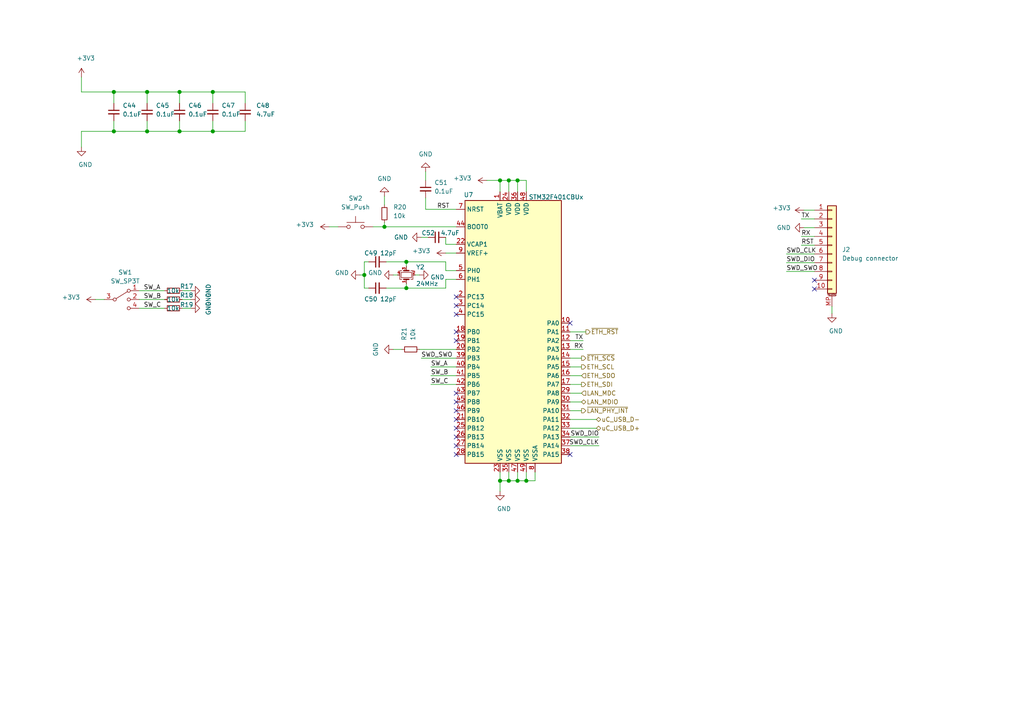
<source format=kicad_sch>
(kicad_sch (version 20201015) (generator eeschema)
  (page 1 6)
  (paper "A4")
  (lib_symbols
    (symbol "Connector_Generic_MountingPin:Conn_01x10_MountingPin" (pin_names (offset 1.016) hide)
      (property "Reference" "J" (at 0 12.7 0))
      (property "Value" "Conn_01x10_MountingPin" (at 1.27 -15.24 0))
      (symbol "Conn_01x10_MountingPin_1_1"
        (text "Mounting" (at 0 -14.351 0) (effects (font (size 0.381 0.381))))
        (rectangle (start -1.27 -4.953) (end 0 -5.207) (stroke (width 0.1524)))
        (rectangle (start -1.27 -7.493) (end 0 -7.747) (stroke (width 0.1524)))
        (rectangle (start -1.27 -10.033) (end 0 -10.287) (stroke (width 0.1524)))
        (rectangle (start -1.27 -12.573) (end 0 -12.827) (stroke (width 0.1524)))
        (rectangle (start -1.27 -2.413) (end 0 -2.667) (stroke (width 0.1524)))
        (rectangle (start -1.27 2.667) (end 0 2.413) (stroke (width 0.1524)))
        (rectangle (start -1.27 5.207) (end 0 4.953) (stroke (width 0.1524)))
        (rectangle (start -1.27 7.747) (end 0 7.493) (stroke (width 0.1524)))
        (rectangle (start -1.27 10.287) (end 0 10.033) (stroke (width 0.1524)))
        (rectangle (start -1.27 11.43) (end 1.27 -13.97) (stroke (width 0.254)) (fill (type background)))
        (rectangle (start -1.27 0.127) (end 0 -0.127) (stroke (width 0.1524)))
        (polyline (pts (xy -1.016 -14.732) (xy 1.016 -14.732)) (stroke (width 0.1524)))
        (pin passive line (at 0 -17.78 90) (length 3.048) (name "MountPin") (number "MP"))
        (pin passive line (at -5.08 10.16 0) (length 3.81) (name "Pin_1") (number "1"))
        (pin passive line (at -5.08 -12.7 0) (length 3.81) (name "Pin_10") (number "10"))
        (pin passive line (at -5.08 7.62 0) (length 3.81) (name "Pin_2") (number "2"))
        (pin passive line (at -5.08 5.08 0) (length 3.81) (name "Pin_3") (number "3"))
        (pin passive line (at -5.08 2.54 0) (length 3.81) (name "Pin_4") (number "4"))
        (pin passive line (at -5.08 0 0) (length 3.81) (name "Pin_5") (number "5"))
        (pin passive line (at -5.08 -2.54 0) (length 3.81) (name "Pin_6") (number "6"))
        (pin passive line (at -5.08 -5.08 0) (length 3.81) (name "Pin_7") (number "7"))
        (pin passive line (at -5.08 -7.62 0) (length 3.81) (name "Pin_8") (number "8"))
        (pin passive line (at -5.08 -10.16 0) (length 3.81) (name "Pin_9") (number "9"))
      )
    )
    (symbol "Device:C_Small" (pin_numbers hide) (pin_names (offset 0.254) hide)
      (property "Reference" "C" (at 0.254 1.778 0))
      (property "Value" "C_Small" (at 0.254 -2.032 0))
      (symbol "C_Small_0_1"
        (polyline (pts (xy -1.524 -0.508) (xy 1.524 -0.508)) (stroke (width 0.3302)))
        (polyline (pts (xy -1.524 0.508) (xy 1.524 0.508)) (stroke (width 0.3048)))
      )
      (symbol "C_Small_1_1"
        (pin passive line (at 0 2.54 270) (length 2.032) (name "~") (number "1"))
        (pin passive line (at 0 -2.54 90) (length 2.032) (name "~") (number "2"))
      )
    )
    (symbol "Device:Crystal_GND24_Small" (pin_names (offset 1.016) hide)
      (property "Reference" "Y" (at 1.27 4.445 0))
      (property "Value" "Crystal_GND24_Small" (at 1.27 2.54 0))
      (symbol "Crystal_GND24_Small_0_1"
        (rectangle (start -0.762 -1.524) (end 0.762 1.524))
        (polyline (pts (xy -1.27 -0.762) (xy -1.27 0.762)) (stroke (width 0.381)))
        (polyline (pts (xy 1.27 -0.762) (xy 1.27 0.762)) (stroke (width 0.381)))
        (polyline (pts (xy -1.27 -1.27) (xy -1.27 -1.905) (xy 1.27 -1.905) (xy 1.27 -1.27)))
        (polyline (pts (xy -1.27 1.27) (xy -1.27 1.905) (xy 1.27 1.905) (xy 1.27 1.27)))
      )
      (symbol "Crystal_GND24_Small_1_1"
        (pin passive line (at -2.54 0 0) (length 1.27) (name "1") (number "1"))
        (pin passive line (at 0 -2.54 90) (length 0.635) (name "2") (number "2"))
        (pin passive line (at 2.54 0 180) (length 1.27) (name "3") (number "3"))
        (pin passive line (at 0 2.54 270) (length 0.635) (name "4") (number "4"))
      )
    )
    (symbol "Device:R_Small" (pin_numbers hide) (pin_names (offset 0.254) hide)
      (property "Reference" "R" (at 0.762 0.508 0))
      (property "Value" "R_Small" (at 0.762 -1.016 0))
      (symbol "R_Small_0_1"
        (rectangle (start -0.762 1.778) (end 0.762 -1.778) (stroke (width 0.2032)))
      )
      (symbol "R_Small_1_1"
        (pin passive line (at 0 2.54 270) (length 0.762) (name "~") (number "1"))
        (pin passive line (at 0 -2.54 90) (length 0.762) (name "~") (number "2"))
      )
    )
    (symbol "MCU_ST_STM32F4:STM32F401CBUx"
      (property "Reference" "U" (at -15.24 39.37 0))
      (property "Value" "STM32F401CBUx" (at 5.08 39.37 0))
      (symbol "STM32F401CBUx_0_1"
        (rectangle (start -15.24 -38.1) (end 12.7 38.1) (stroke (width 0.254)) (fill (type background)))
      )
      (symbol "STM32F401CBUx_1_1"
        (pin input line (at -17.78 30.48 0) (length 2.54) (name "BOOT0") (number "44"))
        (pin input line (at -17.78 35.56 0) (length 2.54) (name "NRST") (number "7"))
        (pin bidirectional line (at 15.24 2.54 180) (length 2.54) (name "PA0") (number "10"))
        (pin bidirectional line (at 15.24 0 180) (length 2.54) (name "PA1") (number "11"))
        (pin bidirectional line (at 15.24 -22.86 180) (length 2.54) (name "PA10") (number "31"))
        (pin bidirectional line (at 15.24 -25.4 180) (length 2.54) (name "PA11") (number "32"))
        (pin bidirectional line (at 15.24 -27.94 180) (length 2.54) (name "PA12") (number "33"))
        (pin bidirectional line (at 15.24 -30.48 180) (length 2.54) (name "PA13") (number "34"))
        (pin bidirectional line (at 15.24 -33.02 180) (length 2.54) (name "PA14") (number "37"))
        (pin bidirectional line (at 15.24 -35.56 180) (length 2.54) (name "PA15") (number "38"))
        (pin bidirectional line (at 15.24 -2.54 180) (length 2.54) (name "PA2") (number "12"))
        (pin bidirectional line (at 15.24 -5.08 180) (length 2.54) (name "PA3") (number "13"))
        (pin bidirectional line (at 15.24 -7.62 180) (length 2.54) (name "PA4") (number "14"))
        (pin bidirectional line (at 15.24 -10.16 180) (length 2.54) (name "PA5") (number "15"))
        (pin bidirectional line (at 15.24 -12.7 180) (length 2.54) (name "PA6") (number "16"))
        (pin bidirectional line (at 15.24 -15.24 180) (length 2.54) (name "PA7") (number "17"))
        (pin bidirectional line (at 15.24 -17.78 180) (length 2.54) (name "PA8") (number "29"))
        (pin bidirectional line (at 15.24 -20.32 180) (length 2.54) (name "PA9") (number "30"))
        (pin bidirectional line (at -17.78 0 0) (length 2.54) (name "PB0") (number "18"))
        (pin bidirectional line (at -17.78 -2.54 0) (length 2.54) (name "PB1") (number "19"))
        (pin bidirectional line (at -17.78 -25.4 0) (length 2.54) (name "PB10") (number "21"))
        (pin bidirectional line (at -17.78 -27.94 0) (length 2.54) (name "PB12") (number "25"))
        (pin bidirectional line (at -17.78 -30.48 0) (length 2.54) (name "PB13") (number "26"))
        (pin bidirectional line (at -17.78 -33.02 0) (length 2.54) (name "PB14") (number "27"))
        (pin bidirectional line (at -17.78 -35.56 0) (length 2.54) (name "PB15") (number "28"))
        (pin bidirectional line (at -17.78 -5.08 0) (length 2.54) (name "PB2") (number "20"))
        (pin bidirectional line (at -17.78 -7.62 0) (length 2.54) (name "PB3") (number "39"))
        (pin bidirectional line (at -17.78 -10.16 0) (length 2.54) (name "PB4") (number "40"))
        (pin bidirectional line (at -17.78 -12.7 0) (length 2.54) (name "PB5") (number "41"))
        (pin bidirectional line (at -17.78 -15.24 0) (length 2.54) (name "PB6") (number "42"))
        (pin bidirectional line (at -17.78 -17.78 0) (length 2.54) (name "PB7") (number "43"))
        (pin bidirectional line (at -17.78 -20.32 0) (length 2.54) (name "PB8") (number "45"))
        (pin bidirectional line (at -17.78 -22.86 0) (length 2.54) (name "PB9") (number "46"))
        (pin bidirectional line (at -17.78 10.16 0) (length 2.54) (name "PC13") (number "2"))
        (pin bidirectional line (at -17.78 7.62 0) (length 2.54) (name "PC14") (number "3"))
        (pin bidirectional line (at -17.78 5.08 0) (length 2.54) (name "PC15") (number "4"))
        (pin input line (at -17.78 17.78 0) (length 2.54) (name "PH0") (number "5"))
        (pin input line (at -17.78 15.24 0) (length 2.54) (name "PH1") (number "6"))
        (pin power_in line (at -5.08 40.64 270) (length 2.54) (name "VBAT") (number "1"))
        (pin power_in line (at -17.78 25.4 0) (length 2.54) (name "VCAP1") (number "22"))
        (pin power_in line (at -2.54 40.64 270) (length 2.54) (name "VDD") (number "24"))
        (pin power_in line (at 0 40.64 270) (length 2.54) (name "VDD") (number "36"))
        (pin power_in line (at 2.54 40.64 270) (length 2.54) (name "VDD") (number "48"))
        (pin power_in line (at -17.78 22.86 0) (length 2.54) (name "VREF+") (number "9"))
        (pin power_in line (at -5.08 -40.64 90) (length 2.54) (name "VSS") (number "23"))
        (pin power_in line (at -2.54 -40.64 90) (length 2.54) (name "VSS") (number "35"))
        (pin power_in line (at 0 -40.64 90) (length 2.54) (name "VSS") (number "47"))
        (pin power_in line (at 2.54 -40.64 90) (length 2.54) (name "VSS") (number "49"))
        (pin power_in line (at 5.08 -40.64 90) (length 2.54) (name "VSSA") (number "8"))
      )
    )
    (symbol "Switch:SW_Push" (pin_numbers hide) (pin_names (offset 1.016) hide)
      (property "Reference" "SW" (at 1.27 2.54 0))
      (property "Value" "SW_Push" (at 0 -1.524 0))
      (symbol "SW_Push_0_1"
        (circle (center -2.032 0) (radius 0.508))
        (circle (center 2.032 0) (radius 0.508))
        (polyline (pts (xy 0 1.27) (xy 0 3.048)))
        (polyline (pts (xy 2.54 1.27) (xy -2.54 1.27)))
        (pin passive line (at -5.08 0 0) (length 2.54) (name "1") (number "1"))
        (pin passive line (at 5.08 0 180) (length 2.54) (name "2") (number "2"))
      )
    )
    (symbol "Switch:SW_SP3T" (pin_names (offset 0) hide)
      (property "Reference" "SW" (at 0 5.08 0))
      (property "Value" "SW_SP3T" (at 0 -5.08 0))
      (symbol "SW_SP3T_0_1"
        (circle (center -2.032 0) (radius 0.4572))
        (circle (center 2.032 -2.54) (radius 0.4572))
        (circle (center 2.032 0) (radius 0.4572))
        (circle (center 2.032 2.54) (radius 0.4572))
        (polyline (pts (xy -1.651 0.254) (xy 1.651 2.286)))
      )
      (symbol "SW_SP3T_1_1"
        (pin passive line (at 5.08 2.54 180) (length 2.54) (name "1") (number "1"))
        (pin passive line (at 5.08 0 180) (length 2.54) (name "2") (number "2"))
        (pin passive line (at -5.08 0 0) (length 2.54) (name "3") (number "3"))
        (pin passive line (at 5.08 -2.54 180) (length 2.54) (name "4") (number "4"))
      )
    )
    (symbol "power:+3V3" (power) (pin_names (offset 0))
      (property "Value" "+3V3" (at 0 3.556 0))
      (symbol "+3V3_0_1"
        (polyline (pts (xy -0.762 1.27) (xy 0 2.54)))
        (polyline (pts (xy 0 0) (xy 0 2.54)))
        (polyline (pts (xy 0 2.54) (xy 0.762 1.27)))
      )
      (symbol "+3V3_1_1"
        (pin power_in line (at 0 0 90) (length 0) hide (name "+3V3") (number "1"))
      )
    )
    (symbol "power:GND" (power) (pin_names (offset 0))
      (property "Value" "GND" (at 0 -3.81 0))
      (symbol "GND_0_1"
        (polyline (pts (xy 0 0) (xy 0 -1.27) (xy 1.27 -1.27) (xy 0 -2.54) (xy -1.27 -1.27) (xy 0 -1.27)))
      )
      (symbol "GND_1_1"
        (pin power_in line (at 0 0 270) (length 0) hide (name "GND") (number "1"))
      )
    )
  )
  (junction (at 33.02 26.67) (diameter 1.016))
  (junction (at 33.02 38.1) (diameter 1.016))
  (junction (at 42.672 26.67) (diameter 1.016))
  (junction (at 42.672 38.1) (diameter 1.016))
  (junction (at 52.07 26.67) (diameter 1.016))
  (junction (at 52.07 38.1) (diameter 1.016))
  (junction (at 61.722 26.67) (diameter 1.016))
  (junction (at 61.722 38.1) (diameter 1.016))
  (junction (at 105.664 79.756) (diameter 1.016))
  (junction (at 111.506 65.786) (diameter 1.016))
  (junction (at 117.856 75.946) (diameter 1.016))
  (junction (at 117.856 83.566) (diameter 1.016))
  (junction (at 145.034 52.324) (diameter 1.016))
  (junction (at 145.034 139.446) (diameter 1.016))
  (junction (at 147.574 52.324) (diameter 1.016))
  (junction (at 147.574 139.446) (diameter 1.016))
  (junction (at 150.114 52.324) (diameter 1.016))
  (junction (at 150.114 139.446) (diameter 1.016))
  (junction (at 152.654 139.446) (diameter 1.016))
  (no_connect (at 132.334 86.106))
  (no_connect (at 132.334 116.586))
  (no_connect (at 132.334 88.646))
  (no_connect (at 132.334 129.286))
  (no_connect (at 132.334 119.126))
  (no_connect (at 165.354 131.826))
  (no_connect (at 132.334 96.266))
  (no_connect (at 132.334 98.806))
  (no_connect (at 132.334 126.746))
  (no_connect (at 132.334 121.666))
  (no_connect (at 236.22 81.28))
  (no_connect (at 132.334 114.046))
  (no_connect (at 132.334 131.826))
  (no_connect (at 165.354 93.726))
  (no_connect (at 132.334 124.206))
  (no_connect (at 132.334 91.186))
  (no_connect (at 236.22 83.82))
  (wire (pts (xy 23.622 26.67) (xy 23.622 22.352)))
  (wire (pts (xy 23.622 38.1) (xy 23.622 42.672)))
  (wire (pts (xy 27.686 86.868) (xy 30.226 86.868)))
  (wire (pts (xy 33.02 26.67) (xy 23.622 26.67)))
  (wire (pts (xy 33.02 26.67) (xy 33.02 29.972)))
  (wire (pts (xy 33.02 35.052) (xy 33.02 38.1)))
  (wire (pts (xy 33.02 38.1) (xy 23.622 38.1)))
  (wire (pts (xy 42.672 26.67) (xy 33.02 26.67)))
  (wire (pts (xy 42.672 26.67) (xy 42.672 29.972)))
  (wire (pts (xy 42.672 35.052) (xy 42.672 38.1)))
  (wire (pts (xy 42.672 38.1) (xy 33.02 38.1)))
  (wire (pts (xy 47.752 84.328) (xy 40.386 84.328)))
  (wire (pts (xy 47.752 86.868) (xy 40.386 86.868)))
  (wire (pts (xy 47.752 89.408) (xy 40.386 89.408)))
  (wire (pts (xy 52.07 26.67) (xy 42.672 26.67)))
  (wire (pts (xy 52.07 29.972) (xy 52.07 26.67)))
  (wire (pts (xy 52.07 35.052) (xy 52.07 38.1)))
  (wire (pts (xy 52.07 38.1) (xy 42.672 38.1)))
  (wire (pts (xy 55.372 84.328) (xy 52.832 84.328)))
  (wire (pts (xy 55.372 86.868) (xy 52.832 86.868)))
  (wire (pts (xy 55.372 89.408) (xy 52.832 89.408)))
  (wire (pts (xy 61.722 26.67) (xy 52.07 26.67)))
  (wire (pts (xy 61.722 29.972) (xy 61.722 26.67)))
  (wire (pts (xy 61.722 35.052) (xy 61.722 38.1)))
  (wire (pts (xy 61.722 38.1) (xy 52.07 38.1)))
  (wire (pts (xy 71.12 26.67) (xy 61.722 26.67)))
  (wire (pts (xy 71.12 29.972) (xy 71.12 26.67)))
  (wire (pts (xy 71.12 35.052) (xy 71.12 38.1)))
  (wire (pts (xy 71.12 38.1) (xy 61.722 38.1)))
  (wire (pts (xy 95.504 65.786) (xy 98.044 65.786)))
  (wire (pts (xy 104.394 79.756) (xy 105.664 79.756)))
  (wire (pts (xy 105.664 75.946) (xy 105.664 79.756)))
  (wire (pts (xy 105.664 79.756) (xy 105.664 83.566)))
  (wire (pts (xy 105.664 83.566) (xy 106.934 83.566)))
  (wire (pts (xy 106.934 75.946) (xy 105.664 75.946)))
  (wire (pts (xy 108.204 65.786) (xy 111.506 65.786)))
  (wire (pts (xy 111.506 56.896) (xy 111.506 59.436)))
  (wire (pts (xy 111.506 64.516) (xy 111.506 65.786)))
  (wire (pts (xy 111.506 65.786) (xy 132.334 65.786)))
  (wire (pts (xy 112.014 75.946) (xy 117.856 75.946)))
  (wire (pts (xy 112.014 83.566) (xy 117.856 83.566)))
  (wire (pts (xy 114.046 79.756) (xy 115.316 79.756)))
  (wire (pts (xy 114.046 101.346) (xy 116.586 101.346)))
  (wire (pts (xy 117.856 75.946) (xy 117.856 77.216)))
  (wire (pts (xy 117.856 75.946) (xy 129.286 75.946)))
  (wire (pts (xy 117.856 82.296) (xy 117.856 83.566)))
  (wire (pts (xy 117.856 83.566) (xy 129.286 83.566)))
  (wire (pts (xy 121.666 79.756) (xy 120.396 79.756)))
  (wire (pts (xy 121.666 101.346) (xy 132.334 101.346)))
  (wire (pts (xy 122.174 68.834) (xy 124.206 68.834)))
  (wire (pts (xy 122.174 103.886) (xy 132.334 103.886)))
  (wire (pts (xy 123.444 49.784) (xy 123.444 52.324)))
  (wire (pts (xy 123.444 57.404) (xy 123.444 60.706)))
  (wire (pts (xy 123.444 60.706) (xy 132.334 60.706)))
  (wire (pts (xy 129.286 70.866) (xy 129.286 68.834)))
  (wire (pts (xy 129.286 73.406) (xy 132.334 73.406)))
  (wire (pts (xy 129.286 78.486) (xy 129.286 75.946)))
  (wire (pts (xy 129.286 81.026) (xy 129.286 83.566)))
  (wire (pts (xy 132.334 70.866) (xy 129.286 70.866)))
  (wire (pts (xy 132.334 78.486) (xy 129.286 78.486)))
  (wire (pts (xy 132.334 81.026) (xy 129.286 81.026)))
  (wire (pts (xy 132.334 106.426) (xy 124.968 106.426)))
  (wire (pts (xy 132.334 108.966) (xy 124.968 108.966)))
  (wire (pts (xy 132.334 111.506) (xy 124.968 111.506)))
  (wire (pts (xy 141.224 52.324) (xy 145.034 52.324)))
  (wire (pts (xy 145.034 52.324) (xy 145.034 55.626)))
  (wire (pts (xy 145.034 52.324) (xy 147.574 52.324)))
  (wire (pts (xy 145.034 139.446) (xy 145.034 136.906)))
  (wire (pts (xy 145.034 139.446) (xy 145.034 142.494)))
  (wire (pts (xy 147.574 52.324) (xy 147.574 55.626)))
  (wire (pts (xy 147.574 52.324) (xy 150.114 52.324)))
  (wire (pts (xy 147.574 136.906) (xy 147.574 139.446)))
  (wire (pts (xy 147.574 139.446) (xy 145.034 139.446)))
  (wire (pts (xy 150.114 52.324) (xy 150.114 55.626)))
  (wire (pts (xy 150.114 52.324) (xy 152.654 52.324)))
  (wire (pts (xy 150.114 136.906) (xy 150.114 139.446)))
  (wire (pts (xy 150.114 139.446) (xy 147.574 139.446)))
  (wire (pts (xy 152.654 55.626) (xy 152.654 52.324)))
  (wire (pts (xy 152.654 136.906) (xy 152.654 139.446)))
  (wire (pts (xy 152.654 139.446) (xy 150.114 139.446)))
  (wire (pts (xy 155.194 136.906) (xy 155.194 139.446)))
  (wire (pts (xy 155.194 139.446) (xy 152.654 139.446)))
  (wire (pts (xy 165.354 96.266) (xy 169.926 96.266)))
  (wire (pts (xy 165.354 103.886) (xy 168.656 103.886)))
  (wire (pts (xy 165.354 106.426) (xy 168.656 106.426)))
  (wire (pts (xy 165.354 108.966) (xy 168.656 108.966)))
  (wire (pts (xy 165.354 111.506) (xy 168.656 111.506)))
  (wire (pts (xy 165.354 114.046) (xy 168.656 114.046)))
  (wire (pts (xy 165.354 116.586) (xy 168.656 116.586)))
  (wire (pts (xy 165.354 119.126) (xy 168.656 119.126)))
  (wire (pts (xy 165.354 121.666) (xy 172.974 121.666)))
  (wire (pts (xy 165.354 124.206) (xy 172.974 124.206)))
  (wire (pts (xy 169.164 98.806) (xy 165.354 98.806)))
  (wire (pts (xy 169.164 101.346) (xy 165.354 101.346)))
  (wire (pts (xy 173.736 126.746) (xy 165.354 126.746)))
  (wire (pts (xy 173.736 129.286) (xy 165.354 129.286)))
  (wire (pts (xy 228.092 73.66) (xy 236.22 73.66)))
  (wire (pts (xy 228.092 76.2) (xy 236.22 76.2)))
  (wire (pts (xy 228.092 78.74) (xy 236.22 78.74)))
  (wire (pts (xy 232.41 63.5) (xy 236.22 63.5)))
  (wire (pts (xy 232.41 68.58) (xy 236.22 68.58)))
  (wire (pts (xy 232.41 71.12) (xy 236.22 71.12)))
  (wire (pts (xy 233.172 60.96) (xy 236.22 60.96)))
  (wire (pts (xy 233.172 66.04) (xy 236.22 66.04)))
  (wire (pts (xy 241.3 88.9) (xy 241.3 90.932)))
  (label "SW_A" (at 41.656 84.328 0))
  (label "SW_B" (at 41.656 86.868 0))
  (label "SW_C" (at 41.656 89.408 0))
  (label "SWD_SWO" (at 122.174 103.886 0))
  (label "SW_A" (at 124.968 106.426 0))
  (label "SW_B" (at 124.968 108.966 0))
  (label "SW_C" (at 124.968 111.506 0))
  (label "RST" (at 126.746 60.706 0))
  (label "TX" (at 169.164 98.806 180))
  (label "RX" (at 169.164 101.346 180))
  (label "SWD_DIO" (at 173.736 126.746 180))
  (label "SWD_CLK" (at 173.736 129.286 180))
  (label "SWD_CLK" (at 228.092 73.66 0))
  (label "SWD_DIO" (at 228.092 76.2 0))
  (label "SWD_SWO" (at 228.092 78.74 0))
  (label "TX" (at 232.41 63.5 0))
  (label "RX" (at 232.41 68.58 0))
  (label "RST" (at 232.41 71.12 0))
  (hierarchical_label "~ETH_SCS" (shape output) (at 168.656 103.886 0))
  (hierarchical_label "ETH_SCL" (shape output) (at 168.656 106.426 0))
  (hierarchical_label "ETH_SDO" (shape input) (at 168.656 108.966 0))
  (hierarchical_label "ETH_SDI" (shape output) (at 168.656 111.506 0))
  (hierarchical_label "LAN_MDC" (shape input) (at 168.656 114.046 0))
  (hierarchical_label "LAN_MDIO" (shape bidirectional) (at 168.656 116.586 0))
  (hierarchical_label "~LAN_PHY_INT" (shape output) (at 168.656 119.126 0))
  (hierarchical_label "~ETH_RST" (shape output) (at 169.926 96.266 0))
  (hierarchical_label "uC_USB_D-" (shape bidirectional) (at 172.974 121.666 0))
  (hierarchical_label "uC_USB_D+" (shape bidirectional) (at 172.974 124.206 0))
  (symbol (lib_id "power:+3V3") (at 23.622 22.352 0) (unit 1)
    (property "Reference" "#PWR038" (effects hide))
    (property "Value" "+3V3" (at 24.892 16.891 0))
  )
  (symbol (lib_id "power:+3V3") (at 27.686 86.868 90) (unit 1)
    (property "Reference" "#PWR040" (effects hide))
    (property "Value" "+3V3" (at 23.241 86.233 90) (effects (justify left)))
  )
  (symbol (lib_id "power:+3V3") (at 95.504 65.786 90) (unit 1)
    (property "Reference" "#PWR044" (effects hide))
    (property "Value" "+3V3" (at 91.059 65.151 90) (effects (justify left)))
  )
  (symbol (lib_id "power:+3V3") (at 129.286 73.406 90) (unit 1)
    (property "Reference" "#PWR050" (effects hide))
    (property "Value" "+3V3" (at 124.841 72.771 90) (effects (justify left)))
  )
  (symbol (lib_id "power:+3V3") (at 141.224 52.324 90) (unit 1)
    (property "Reference" "#PWR051" (effects hide))
    (property "Value" "+3V3" (at 136.779 51.689 90) (effects (justify left)))
  )
  (symbol (lib_id "power:+3V3") (at 233.172 60.96 90) (unit 1)
    (property "Reference" "#PWR053" (effects hide))
    (property "Value" "+3V3" (at 229.362 60.325 90) (effects (justify left)))
  )
  (symbol (lib_id "power:GND") (at 23.622 42.672 0) (unit 1)
    (property "Reference" "#PWR039" (effects hide))
    (property "Value" "GND" (at 24.765 47.752 0))
  )
  (symbol (lib_id "power:GND") (at 55.372 84.328 90) (unit 1)
    (property "Reference" "#PWR041" (effects hide))
    (property "Value" "GND" (at 60.452 84.328 0))
  )
  (symbol (lib_id "power:GND") (at 55.372 86.868 90) (unit 1)
    (property "Reference" "#PWR042" (effects hide))
    (property "Value" "GND" (at 60.452 86.868 0))
  )
  (symbol (lib_id "power:GND") (at 55.372 89.408 90) (unit 1)
    (property "Reference" "#PWR043" (effects hide))
    (property "Value" "GND" (at 60.452 89.408 0))
  )
  (symbol (lib_id "power:GND") (at 104.394 79.756 270) (unit 1)
    (property "Reference" "#PWR045" (effects hide))
    (property "Value" "GND" (at 101.219 79.121 90) (effects (justify right)))
  )
  (symbol (lib_id "power:GND") (at 111.506 56.896 180) (unit 1)
    (property "Reference" "#PWR046" (effects hide))
    (property "Value" "GND" (at 111.506 51.816 0))
  )
  (symbol (lib_id "power:GND") (at 114.046 79.756 270) (unit 1)
    (property "Reference" "#PWR092" (effects hide))
    (property "Value" "GND" (at 110.871 79.121 90) (effects (justify right)))
  )
  (symbol (lib_id "power:GND") (at 114.046 101.346 270) (unit 1)
    (property "Reference" "#PWR047" (effects hide))
    (property "Value" "GND" (at 108.966 101.346 0))
  )
  (symbol (lib_id "power:GND") (at 121.666 79.756 90) (unit 1)
    (property "Reference" "#PWR093" (effects hide))
    (property "Value" "GND" (at 124.841 80.391 90) (effects (justify right)))
  )
  (symbol (lib_id "power:GND") (at 122.174 68.834 270) (unit 1)
    (property "Reference" "#PWR048" (effects hide))
    (property "Value" "GND" (at 118.364 68.834 90) (effects (justify right)))
  )
  (symbol (lib_id "power:GND") (at 123.444 49.784 180) (unit 1)
    (property "Reference" "#PWR049" (effects hide))
    (property "Value" "GND" (at 123.444 44.704 0))
  )
  (symbol (lib_id "power:GND") (at 145.034 142.494 0) (unit 1)
    (property "Reference" "#PWR052" (effects hide))
    (property "Value" "GND" (at 146.177 147.574 0))
  )
  (symbol (lib_id "power:GND") (at 233.172 66.04 270) (unit 1)
    (property "Reference" "#PWR054" (effects hide))
    (property "Value" "GND" (at 229.362 66.04 90) (effects (justify right)))
  )
  (symbol (lib_id "power:GND") (at 241.3 90.932 0) (unit 1)
    (property "Reference" "#PWR055" (effects hide))
    (property "Value" "GND" (at 242.443 96.012 0))
  )
  (symbol (lib_id "Device:R_Small") (at 50.292 84.328 90) (unit 1)
    (property "Reference" "R17" (at 52.197 83.058 90) (effects (justify right)))
    (property "Value" "10k" (at 48.387 84.328 90) (effects (justify right)))
    (property "Footprint" "Resistor_SMD:R_0402_1005Metric" (effects hide))
  )
  (symbol (lib_id "Device:R_Small") (at 50.292 86.868 90) (unit 1)
    (property "Reference" "R18" (at 52.197 85.598 90) (effects (justify right)))
    (property "Value" "10k" (at 48.387 86.868 90) (effects (justify right)))
    (property "Footprint" "Resistor_SMD:R_0402_1005Metric" (effects hide))
  )
  (symbol (lib_id "Device:R_Small") (at 50.292 89.408 90) (unit 1)
    (property "Reference" "R19" (at 52.197 88.392 90) (effects (justify right)))
    (property "Value" "10k" (at 48.387 89.408 90) (effects (justify right)))
    (property "Footprint" "Resistor_SMD:R_0402_1005Metric" (effects hide))
  )
  (symbol (lib_id "Device:R_Small") (at 111.506 61.976 180) (unit 1)
    (property "Reference" "R20" (at 114.046 60.071 0) (effects (justify right)))
    (property "Value" "10k" (at 114.046 62.611 0) (effects (justify right)))
    (property "Footprint" "Resistor_SMD:R_0402_1005Metric" (effects hide))
  )
  (symbol (lib_id "Device:R_Small") (at 119.126 101.346 270) (unit 1)
    (property "Reference" "R21" (at 117.221 98.806 0) (effects (justify right)))
    (property "Value" "10k" (at 119.761 98.806 0) (effects (justify right)))
    (property "Footprint" "Resistor_SMD:R_0402_1005Metric" (effects hide))
  )
  (symbol (lib_id "Device:C_Small") (at 33.02 32.512 0) (unit 1)
    (property "Reference" "C44" (at 35.56 30.607 0) (effects (justify left)))
    (property "Value" "0.1uF" (at 35.56 33.147 0) (effects (justify left)))
    (property "Footprint" "Capacitor_SMD:C_0402_1005Metric" (effects hide))
  )
  (symbol (lib_id "Device:C_Small") (at 42.672 32.512 0) (unit 1)
    (property "Reference" "C45" (at 45.212 30.607 0) (effects (justify left)))
    (property "Value" "0.1uF" (at 45.212 33.147 0) (effects (justify left)))
    (property "Footprint" "Capacitor_SMD:C_0402_1005Metric" (effects hide))
  )
  (symbol (lib_id "Device:C_Small") (at 52.07 32.512 0) (unit 1)
    (property "Reference" "C46" (at 54.61 30.607 0) (effects (justify left)))
    (property "Value" "0.1uF" (at 54.61 33.147 0) (effects (justify left)))
    (property "Footprint" "Capacitor_SMD:C_0402_1005Metric" (effects hide))
  )
  (symbol (lib_id "Device:C_Small") (at 61.722 32.512 0) (unit 1)
    (property "Reference" "C47" (at 64.262 30.607 0) (effects (justify left)))
    (property "Value" "0.1uF" (at 64.262 33.147 0) (effects (justify left)))
    (property "Footprint" "Capacitor_SMD:C_0402_1005Metric" (effects hide))
  )
  (symbol (lib_id "Device:C_Small") (at 71.12 32.512 0) (unit 1)
    (property "Reference" "C48" (at 74.295 30.607 0) (effects (justify left)))
    (property "Value" "4.7uF" (at 74.295 33.147 0) (effects (justify left)))
    (property "Footprint" "Capacitor_SMD:C_0402_1005Metric" (effects hide))
  )
  (symbol (lib_id "Device:C_Small") (at 109.474 75.946 90) (unit 1)
    (property "Reference" "C49" (at 107.569 73.406 90))
    (property "Value" "12pF" (at 112.649 73.406 90))
    (property "Footprint" "Capacitor_SMD:C_0402_1005Metric" (effects hide))
  )
  (symbol (lib_id "Device:C_Small") (at 109.474 83.566 90) (unit 1)
    (property "Reference" "C50" (at 107.569 86.741 90))
    (property "Value" "12pF" (at 112.649 86.741 90))
    (property "Footprint" "Capacitor_SMD:C_0402_1005Metric" (effects hide))
  )
  (symbol (lib_id "Device:C_Small") (at 123.444 54.864 0) (unit 1)
    (property "Reference" "C51" (at 125.984 52.959 0) (effects (justify left)))
    (property "Value" "0.1uF" (at 125.984 55.499 0) (effects (justify left)))
    (property "Footprint" "Capacitor_SMD:C_0402_1005Metric" (effects hide))
  )
  (symbol (lib_id "Device:C_Small") (at 126.746 68.834 90) (unit 1)
    (property "Reference" "C52" (at 124.206 67.564 90))
    (property "Value" "4.7uF" (at 130.556 67.564 90))
    (property "Footprint" "Capacitor_SMD:C_0402_1005Metric" (effects hide))
  )
  (symbol (lib_id "Device:Crystal_GND24_Small") (at 117.856 79.756 90) (unit 1)
    (property "Reference" "Y2" (at 120.65 77.47 90) (effects (justify right)))
    (property "Value" "24MHz" (at 120.65 82.296 90) (effects (justify right)))
    (property "Footprint" "Oscillator:Oscillator_SMD_Abracon_ASCO-4Pin_1.6x1.2mm" (effects hide))
  )
  (symbol (lib_id "Switch:SW_Push") (at 103.124 65.786 0) (unit 1)
    (property "Reference" "SW2" (at 103.124 57.531 0))
    (property "Value" "SW_Push" (at 103.124 60.071 0))
    (property "Footprint" "Button_Switch_SMD:SW_SPST_B3U-3000P" (effects hide))
  )
  (symbol (lib_id "Switch:SW_SP3T") (at 35.306 86.868 0) (unit 1)
    (property "Reference" "SW1" (at 36.322 78.994 0))
    (property "Value" "SW_SP3T" (at 36.322 81.534 0))
    (property "Footprint" "Button_Switch_SMD:SW_SP3T_PCM13" (effects hide))
  )
  (symbol (lib_id "Connector_Generic_MountingPin:Conn_01x10_MountingPin") (at 241.3 71.12 0) (unit 1)
    (property "Reference" "J2" (at 244.221 72.39 0) (effects (justify left)))
    (property "Value" "Debug connector" (at 244.221 74.93 0) (effects (justify left)))
    (property "Footprint" "Connector_FFC-FPC:Hirose_FH12-10S-0.5SH_1x10-1MP_P0.50mm_Horizontal" (effects hide))
  )
  (symbol (lib_id "MCU_ST_STM32F4:STM32F401CBUx") (at 150.114 96.266 0) (unit 1)
    (property "Reference" "U7" (at 135.89 56.515 0))
    (property "Value" "STM32F401CBUx" (at 161.29 57.15 0))
    (property "Footprint" "Package_DFN_QFN:QFN-48-1EP_7x7mm_P0.5mm_EP5.6x5.6mm" (effects hide))
    (property "Datasheet" "http://www.st.com/st-web-ui/static/active/en/resource/technical/document/datasheet/DM00086815.pdf" (effects hide))
  )
)
</source>
